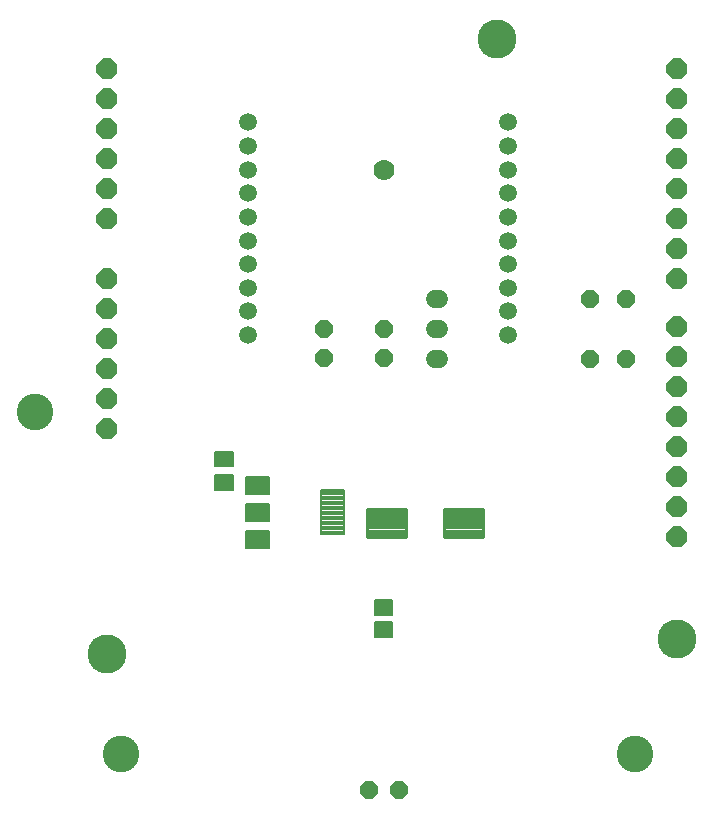
<source format=gbs>
G75*
%MOIN*%
%OFA0B0*%
%FSLAX25Y25*%
%IPPOS*%
%LPD*%
%AMOC8*
5,1,8,0,0,1.08239X$1,22.5*
%
%ADD10C,0.12211*%
%ADD11OC8,0.07000*%
%ADD12C,0.12998*%
%ADD13C,0.05950*%
%ADD14C,0.00631*%
%ADD15C,0.00827*%
%ADD16C,0.01024*%
%ADD17C,0.00552*%
%ADD18OC8,0.06000*%
%ADD19C,0.06000*%
%ADD20C,0.07000*%
D10*
X0151746Y0079136D03*
X0123203Y0193310D03*
X0323006Y0079136D03*
D11*
X0336982Y0151483D03*
X0336982Y0161483D03*
X0336982Y0171483D03*
X0336982Y0181483D03*
X0336982Y0191483D03*
X0336982Y0201483D03*
X0336982Y0211483D03*
X0336982Y0221483D03*
X0336982Y0237483D03*
X0336982Y0247483D03*
X0336982Y0257483D03*
X0336982Y0267483D03*
X0336982Y0277483D03*
X0336982Y0287483D03*
X0336982Y0297483D03*
X0336982Y0307483D03*
X0146982Y0307483D03*
X0146982Y0297483D03*
X0146982Y0287483D03*
X0146982Y0277483D03*
X0146982Y0267483D03*
X0146982Y0257483D03*
X0146982Y0237483D03*
X0146982Y0227483D03*
X0146982Y0217483D03*
X0146982Y0207483D03*
X0146982Y0197483D03*
X0146982Y0187483D03*
D12*
X0146982Y0112483D03*
X0336982Y0117483D03*
X0276982Y0317483D03*
D13*
X0280683Y0289766D03*
X0280683Y0281892D03*
X0280683Y0274018D03*
X0280683Y0266144D03*
X0280683Y0258270D03*
X0280683Y0250396D03*
X0280683Y0242522D03*
X0280683Y0234648D03*
X0280683Y0226774D03*
X0280683Y0218900D03*
X0194069Y0218900D03*
X0194069Y0226774D03*
X0194069Y0234648D03*
X0194069Y0242522D03*
X0194069Y0250396D03*
X0194069Y0258270D03*
X0194069Y0266144D03*
X0194069Y0274018D03*
X0194069Y0281892D03*
X0194069Y0289766D03*
D14*
X0201237Y0171738D02*
X0201237Y0166062D01*
X0193593Y0166062D01*
X0193593Y0171738D01*
X0201237Y0171738D01*
X0201237Y0166692D02*
X0193593Y0166692D01*
X0193593Y0167322D02*
X0201237Y0167322D01*
X0201237Y0167952D02*
X0193593Y0167952D01*
X0193593Y0168582D02*
X0201237Y0168582D01*
X0201237Y0169212D02*
X0193593Y0169212D01*
X0193593Y0169842D02*
X0201237Y0169842D01*
X0201237Y0170472D02*
X0193593Y0170472D01*
X0193593Y0171102D02*
X0201237Y0171102D01*
X0201237Y0171732D02*
X0193593Y0171732D01*
X0201237Y0162683D02*
X0201237Y0157007D01*
X0193593Y0157007D01*
X0193593Y0162683D01*
X0201237Y0162683D01*
X0201237Y0157637D02*
X0193593Y0157637D01*
X0193593Y0158267D02*
X0201237Y0158267D01*
X0201237Y0158897D02*
X0193593Y0158897D01*
X0193593Y0159527D02*
X0201237Y0159527D01*
X0201237Y0160157D02*
X0193593Y0160157D01*
X0193593Y0160787D02*
X0201237Y0160787D01*
X0201237Y0161417D02*
X0193593Y0161417D01*
X0193593Y0162047D02*
X0201237Y0162047D01*
X0201237Y0162677D02*
X0193593Y0162677D01*
X0201237Y0153628D02*
X0201237Y0147952D01*
X0193593Y0147952D01*
X0193593Y0153628D01*
X0201237Y0153628D01*
X0201237Y0148582D02*
X0193593Y0148582D01*
X0193593Y0149212D02*
X0201237Y0149212D01*
X0201237Y0149842D02*
X0193593Y0149842D01*
X0193593Y0150472D02*
X0201237Y0150472D01*
X0201237Y0151102D02*
X0193593Y0151102D01*
X0193593Y0151732D02*
X0201237Y0151732D01*
X0201237Y0152362D02*
X0193593Y0152362D01*
X0193593Y0152992D02*
X0201237Y0152992D01*
X0201237Y0153622D02*
X0193593Y0153622D01*
D15*
X0225942Y0152578D02*
X0225942Y0167112D01*
X0225942Y0152578D02*
X0218494Y0152578D01*
X0218494Y0167112D01*
X0225942Y0167112D01*
X0225942Y0153404D02*
X0218494Y0153404D01*
X0218494Y0154230D02*
X0225942Y0154230D01*
X0225942Y0155056D02*
X0218494Y0155056D01*
X0218494Y0155882D02*
X0225942Y0155882D01*
X0225942Y0156708D02*
X0218494Y0156708D01*
X0218494Y0157534D02*
X0225942Y0157534D01*
X0225942Y0158360D02*
X0218494Y0158360D01*
X0218494Y0159186D02*
X0225942Y0159186D01*
X0225942Y0160012D02*
X0218494Y0160012D01*
X0218494Y0160838D02*
X0225942Y0160838D01*
X0225942Y0161664D02*
X0218494Y0161664D01*
X0218494Y0162490D02*
X0225942Y0162490D01*
X0225942Y0163316D02*
X0218494Y0163316D01*
X0218494Y0164142D02*
X0225942Y0164142D01*
X0225942Y0164968D02*
X0218494Y0164968D01*
X0218494Y0165794D02*
X0225942Y0165794D01*
X0225942Y0166620D02*
X0218494Y0166620D01*
D16*
X0233751Y0160911D02*
X0246907Y0160911D01*
X0246907Y0151693D01*
X0233751Y0151693D01*
X0233751Y0160911D01*
X0233751Y0152716D02*
X0246907Y0152716D01*
X0246907Y0153739D02*
X0233751Y0153739D01*
X0233751Y0154762D02*
X0246907Y0154762D01*
X0246907Y0155785D02*
X0233751Y0155785D01*
X0233751Y0156808D02*
X0246907Y0156808D01*
X0246907Y0157831D02*
X0233751Y0157831D01*
X0233751Y0158854D02*
X0246907Y0158854D01*
X0246907Y0159877D02*
X0233751Y0159877D01*
X0233751Y0160900D02*
X0246907Y0160900D01*
X0259341Y0160911D02*
X0272497Y0160911D01*
X0272497Y0151693D01*
X0259341Y0151693D01*
X0259341Y0160911D01*
X0259341Y0152716D02*
X0272497Y0152716D01*
X0272497Y0153739D02*
X0259341Y0153739D01*
X0259341Y0154762D02*
X0272497Y0154762D01*
X0272497Y0155785D02*
X0259341Y0155785D01*
X0259341Y0156808D02*
X0272497Y0156808D01*
X0272497Y0157831D02*
X0259341Y0157831D01*
X0259341Y0158854D02*
X0272497Y0158854D01*
X0272497Y0159877D02*
X0259341Y0159877D01*
X0259341Y0160900D02*
X0272497Y0160900D01*
D17*
X0236467Y0130635D02*
X0236467Y0125669D01*
X0236467Y0130635D02*
X0242221Y0130635D01*
X0242221Y0125669D01*
X0236467Y0125669D01*
X0236467Y0126220D02*
X0242221Y0126220D01*
X0242221Y0126771D02*
X0236467Y0126771D01*
X0236467Y0127322D02*
X0242221Y0127322D01*
X0242221Y0127873D02*
X0236467Y0127873D01*
X0236467Y0128424D02*
X0242221Y0128424D01*
X0242221Y0128975D02*
X0236467Y0128975D01*
X0236467Y0129526D02*
X0242221Y0129526D01*
X0242221Y0130077D02*
X0236467Y0130077D01*
X0236467Y0130628D02*
X0242221Y0130628D01*
X0236467Y0123155D02*
X0236467Y0118189D01*
X0236467Y0123155D02*
X0242221Y0123155D01*
X0242221Y0118189D01*
X0236467Y0118189D01*
X0236467Y0118740D02*
X0242221Y0118740D01*
X0242221Y0119291D02*
X0236467Y0119291D01*
X0236467Y0119842D02*
X0242221Y0119842D01*
X0242221Y0120393D02*
X0236467Y0120393D01*
X0236467Y0120944D02*
X0242221Y0120944D01*
X0242221Y0121495D02*
X0236467Y0121495D01*
X0236467Y0122046D02*
X0242221Y0122046D01*
X0242221Y0122597D02*
X0236467Y0122597D01*
X0236467Y0123148D02*
X0242221Y0123148D01*
X0189268Y0167205D02*
X0189268Y0172171D01*
X0189268Y0167205D02*
X0183122Y0167205D01*
X0183122Y0172171D01*
X0189268Y0172171D01*
X0189268Y0167756D02*
X0183122Y0167756D01*
X0183122Y0168307D02*
X0189268Y0168307D01*
X0189268Y0168858D02*
X0183122Y0168858D01*
X0183122Y0169409D02*
X0189268Y0169409D01*
X0189268Y0169960D02*
X0183122Y0169960D01*
X0183122Y0170511D02*
X0189268Y0170511D01*
X0189268Y0171062D02*
X0183122Y0171062D01*
X0183122Y0171613D02*
X0189268Y0171613D01*
X0189268Y0172164D02*
X0183122Y0172164D01*
X0189268Y0175079D02*
X0189268Y0180045D01*
X0189268Y0175079D02*
X0183122Y0175079D01*
X0183122Y0180045D01*
X0189268Y0180045D01*
X0189268Y0175630D02*
X0183122Y0175630D01*
X0183122Y0176181D02*
X0189268Y0176181D01*
X0189268Y0176732D02*
X0183122Y0176732D01*
X0183122Y0177283D02*
X0189268Y0177283D01*
X0189268Y0177834D02*
X0183122Y0177834D01*
X0183122Y0178385D02*
X0189268Y0178385D01*
X0189268Y0178936D02*
X0183122Y0178936D01*
X0183122Y0179487D02*
X0189268Y0179487D01*
X0189268Y0180038D02*
X0183122Y0180038D01*
D18*
X0219439Y0211395D03*
X0219502Y0220869D03*
X0239502Y0220869D03*
X0239439Y0211395D03*
X0308242Y0210869D03*
X0320053Y0210869D03*
X0320053Y0230869D03*
X0308242Y0230869D03*
X0244344Y0067325D03*
X0234344Y0067325D03*
D19*
X0256361Y0210869D02*
X0257761Y0210869D01*
X0257761Y0220869D02*
X0256361Y0220869D01*
X0256361Y0230869D02*
X0257761Y0230869D01*
D20*
X0239344Y0274018D03*
M02*

</source>
